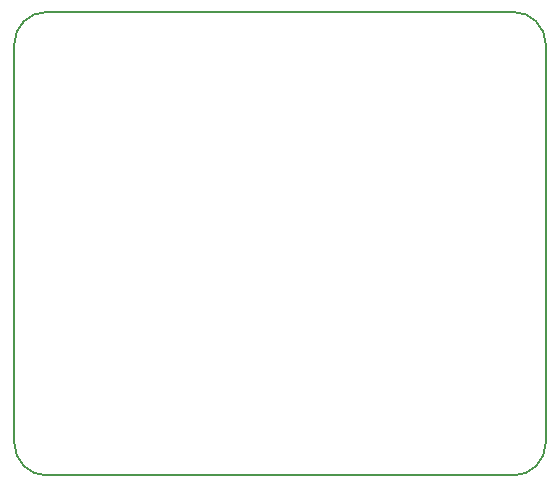
<source format=gm1>
G04 #@! TF.FileFunction,Profile,NP*
%FSLAX46Y46*%
G04 Gerber Fmt 4.6, Leading zero omitted, Abs format (unit mm)*
G04 Created by KiCad (PCBNEW 4.0.1-stable) date Wednesday, April 13, 2016 'PMt' 12:19:44 PM*
%MOMM*%
G01*
G04 APERTURE LIST*
%ADD10C,0.100000*%
%ADD11C,0.150000*%
G04 APERTURE END LIST*
D10*
D11*
X175000000Y-92750000D02*
G75*
G03X172250000Y-90000000I-2750000J0D01*
G01*
X130000000Y-126500000D02*
G75*
G03X132750000Y-129250000I2750000J0D01*
G01*
X172250000Y-129250000D02*
G75*
G03X175000000Y-126500000I0J2750000D01*
G01*
X132750000Y-90000000D02*
G75*
G03X130000000Y-92750000I0J-2750000D01*
G01*
X132750000Y-129250000D02*
X172250000Y-129250000D01*
X130000000Y-92750000D02*
X130000000Y-126500000D01*
X175000000Y-92750000D02*
X175000000Y-126500000D01*
X132750000Y-90000000D02*
X172250000Y-90000000D01*
M02*

</source>
